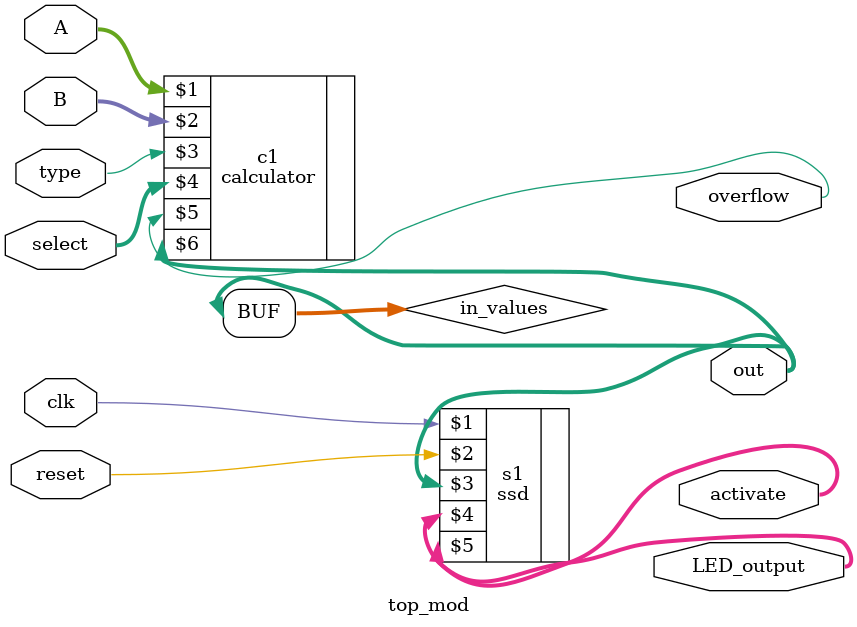
<source format=v>
`timescale 1ns / 1ps


module top_mod(
    input [3:0] A,B,
    input type,
    input clk,
    input reset,
    input [1:0] select,
    output overflow,
    output [3:0] out,
    output [3:0] activate,
    output [6:0] LED_output
    );
    
    calculator c1(A, B, type, select, overflow, out);
    wire [3:0] in_values = out;
    ssd s1(clk, reset, in_values, activate, LED_output);
endmodule

</source>
